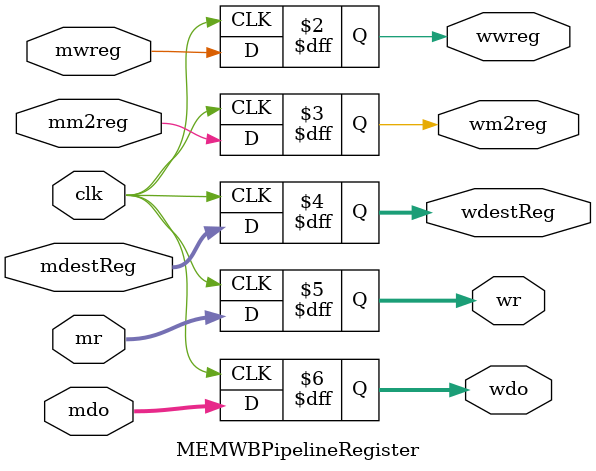
<source format=v>
module MEMWBPipelineRegister (
    input clk,
    input mwreg,
    input mm2reg,
    input [4:0] mdestReg,
    input [31:0] mr,
    input [31:0] mdo,

    output reg wwreg,
    output reg wm2reg,
    output reg [4:0] wdestReg,
    output reg [31:0] wr,
    output reg [31:0] wdo
);
    
always @(posedge clk ) begin
    wwreg = mwreg;
    wm2reg = mm2reg;
    wdestReg = mdestReg;
    wr = mr;
    wdo = mdo;
end

endmodule
</source>
